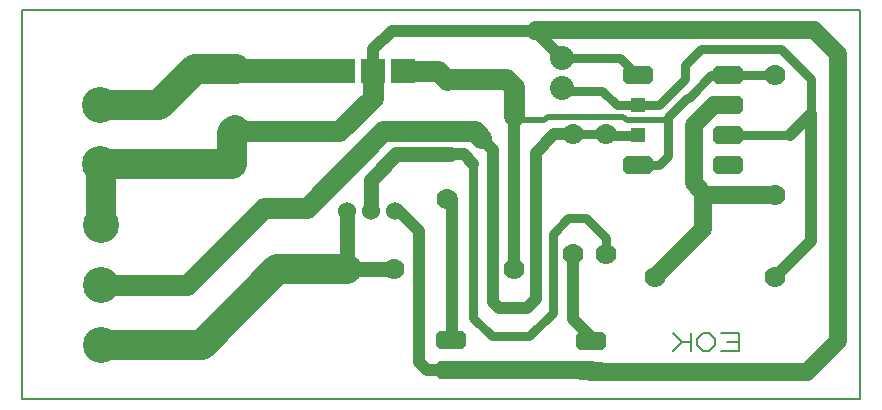
<source format=gbr>
G04 PROTEUS GERBER X2 FILE*
%TF.GenerationSoftware,Labcenter,Proteus,8.13-SP0-Build31525*%
%TF.CreationDate,2025-01-17T15:38:28+00:00*%
%TF.FileFunction,Copper,L2,Bot*%
%TF.FilePolarity,Positive*%
%TF.Part,Single*%
%TF.SameCoordinates,{73f3b6ee-04d2-4b7e-bada-d99319bd8aaf}*%
%FSLAX45Y45*%
%MOMM*%
G01*
%TA.AperFunction,Conductor*%
%ADD19C,2.540000*%
%ADD70C,0.762000*%
%ADD71C,1.016000*%
%ADD20C,1.524000*%
%ADD21C,1.778000*%
%ADD22C,1.270000*%
%ADD23C,0.508000*%
%ADD24C,0.254000*%
%ADD25C,2.032000*%
%AMDIL000*
4,1,8,
-1.270000,0.457200,-0.965200,0.762000,0.965200,0.762000,1.270000,0.457200,1.270000,-0.457200,
0.965200,-0.762000,-0.965200,-0.762000,-1.270000,-0.457200,-1.270000,0.457200,
0*%
%TA.AperFunction,ComponentPad*%
%ADD10DIL000*%
%ADD11R,1.270000X1.270000*%
%TA.AperFunction,ComponentPad*%
%ADD12R,2.032000X2.032000*%
%TA.AperFunction,ComponentPad*%
%ADD13C,2.032000*%
%ADD14C,3.048000*%
%ADD15C,1.778000*%
%TA.AperFunction,ComponentPad*%
%ADD16C,1.524000*%
%TA.AperFunction,WasherPad*%
%ADD17R,1.580000X1.580000*%
%TA.AperFunction,ComponentPad*%
%ADD18C,1.580000*%
%TA.AperFunction,NonConductor*%
%ADD26C,0.203200*%
%TD.AperFunction*%
D19*
X+730000Y+2039620D02*
X+740000Y+2029620D01*
X+740000Y+1526000D01*
D70*
X+6440000Y+2790000D02*
X+6042000Y+2790000D01*
X+5280000Y+2282000D02*
X+5018000Y+2282000D01*
X+5010000Y+2290000D01*
X+6042000Y+2282000D02*
X+6572000Y+2282000D01*
D71*
X+6446000Y+1080000D02*
X+6750000Y+1384000D01*
X+6750000Y+2460000D01*
X+6572000Y+2282000D02*
X+6750000Y+2460000D01*
D20*
X+5430000Y+1080000D02*
X+5836647Y+1486647D01*
X+5836647Y+1796647D01*
X+6440000Y+1774000D02*
X+5859294Y+1774000D01*
X+5836647Y+1796647D01*
D70*
X+5010000Y+2280000D02*
X+5278000Y+2280000D01*
X+5280000Y+2282000D01*
X+5540000Y+2387830D02*
X+5540000Y+2440000D01*
X+5701563Y+2601563D01*
X+5711563Y+2601563D01*
X+5900000Y+2790000D01*
X+6042000Y+2790000D01*
D71*
X+4230000Y+1150000D02*
X+4230000Y+2443847D01*
X+4236153Y+2450000D01*
D21*
X+3670000Y+2760000D02*
X+4165350Y+2760000D01*
X+4236153Y+2689197D01*
X+4236153Y+2450000D01*
D71*
X+4640000Y+2940000D02*
X+4410618Y+3169382D01*
D22*
X+3214000Y+1150000D02*
X+2816800Y+1150000D01*
X+2816800Y+1587200D02*
X+2816800Y+1150000D01*
D70*
X+6750000Y+2460000D02*
X+6750000Y+2761061D01*
X+6496000Y+3015061D01*
X+5819142Y+3015061D01*
X+5680000Y+2875919D01*
X+5680000Y+2760000D01*
X+5460000Y+2540000D01*
X+5284000Y+2540000D01*
X+5280000Y+2536000D01*
X+5280000Y+2028000D02*
X+5458000Y+2028000D01*
X+5540000Y+2110000D01*
X+5540000Y+2387830D01*
X+5280000Y+2536000D02*
X+5104000Y+2536000D01*
X+4980000Y+2660000D01*
X+4666000Y+2660000D01*
X+4640000Y+2686000D01*
D20*
X+5836647Y+1796647D02*
X+5757573Y+1875721D01*
X+5757573Y+2367573D01*
X+5926000Y+2536000D01*
X+6042000Y+2536000D01*
D23*
X+4236153Y+2450000D02*
X+4236153Y+2410000D01*
X+4490000Y+2410000D01*
X+4520000Y+2440000D01*
X+5160001Y+2440000D01*
X+5190001Y+2410000D01*
X+5517830Y+2410000D01*
X+5540000Y+2387830D01*
D24*
X+4730000Y+2290000D02*
X+4773000Y+2290000D01*
D71*
X+4890000Y+540000D02*
X+4920000Y+540000D01*
X+4730000Y+730000D01*
X+4730000Y+1274000D01*
D70*
X+4773000Y+2290000D02*
X+5010000Y+2290000D01*
X+5010000Y+2280000D01*
D24*
X+1880000Y+2840000D02*
X+1870000Y+2830000D01*
D19*
X+730000Y+2540000D02*
X+1230000Y+2540000D01*
X+1530000Y+2840000D01*
X+1880000Y+2840000D01*
X+1870000Y+2330000D02*
X+1844561Y+2304561D01*
X+1844561Y+2039620D01*
X+730000Y+2039620D01*
D70*
X+5010000Y+1274000D02*
X+5010000Y+1416555D01*
X+4843827Y+1582728D01*
X+4691801Y+1582728D01*
X+4560000Y+1450927D01*
X+4560000Y+776238D01*
X+4363762Y+580000D01*
X+4050000Y+580000D01*
X+3890000Y+740000D01*
X+3890000Y+2040013D01*
D71*
X+3806359Y+2123654D01*
X+3690000Y+2123654D01*
D20*
X+4890000Y+276000D02*
X+6712112Y+276000D01*
X+6980000Y+543888D01*
X+6980000Y+2969999D01*
X+6772654Y+3177345D01*
X+4418581Y+3177345D01*
X+4410618Y+3169382D01*
D70*
X+5280000Y+2790000D02*
X+5130000Y+2940000D01*
X+4640000Y+2940000D01*
D71*
X+4410618Y+3169382D02*
X+3199382Y+3169382D01*
X+3040000Y+3010000D01*
X+3040000Y+2830000D01*
D25*
X+2786000Y+2830000D02*
X+1880000Y+2830000D01*
X+1880000Y+2840000D01*
D21*
X+3294000Y+2830000D02*
X+3590000Y+2830000D01*
X+3670000Y+2750000D01*
X+3670000Y+2760000D01*
D22*
X+2816800Y+1640000D02*
X+2816800Y+1587200D01*
X+3690000Y+2123654D02*
X+3237531Y+2123654D01*
X+3020000Y+1906123D01*
X+3020000Y+1640000D01*
D21*
X+3040000Y+2830000D02*
X+3040000Y+2599999D01*
X+2755001Y+2315000D01*
X+1949000Y+2315000D01*
X+1870000Y+2330000D01*
D20*
X+3700000Y+296000D02*
X+4890000Y+296000D01*
X+4890000Y+286000D01*
X+4890000Y+276000D01*
D71*
X+3700000Y+550000D02*
X+3710000Y+560000D01*
X+3710000Y+1744000D01*
X+3670000Y+1744000D01*
X+3223200Y+1640000D02*
X+3260000Y+1640000D01*
X+3430000Y+1470000D01*
X+3430000Y+360783D01*
X+3497655Y+293128D01*
X+3662635Y+293128D01*
X+3667861Y+298354D01*
X+3700000Y+296000D01*
D19*
X+2816800Y+1150000D02*
X+2230000Y+1150000D01*
X+1590000Y+510000D01*
X+740000Y+510000D01*
D21*
X+740000Y+1018000D02*
X+1468000Y+1018000D01*
X+2120000Y+1670000D01*
X+2480000Y+1670000D01*
X+3125616Y+2315616D01*
X+3901534Y+2315616D01*
X+3958575Y+2258575D01*
D71*
X+4057150Y+2160000D01*
X+4057150Y+867816D01*
X+4107950Y+817016D01*
X+4340000Y+817016D01*
X+4420000Y+897016D01*
X+4420000Y+2135433D01*
X+4574567Y+2290000D01*
X+4730000Y+2290000D01*
D10*
X+5280000Y+2790000D03*
D11*
X+5280000Y+2536000D03*
X+5280000Y+2282000D03*
D10*
X+5280000Y+2028000D03*
X+6042000Y+2028000D03*
X+6042000Y+2282000D03*
X+6042000Y+2536000D03*
X+6042000Y+2790000D03*
D12*
X+2786000Y+2830000D03*
X+3040000Y+2830000D03*
X+3294000Y+2830000D03*
D13*
X+4640000Y+2686000D03*
X+4640000Y+2940000D03*
D14*
X+730000Y+2039620D03*
X+730000Y+2540000D03*
X+740000Y+510000D03*
X+740000Y+1018000D03*
X+740000Y+1526000D03*
D15*
X+6440000Y+2790000D03*
X+6440000Y+1774000D03*
X+5430000Y+1080000D03*
X+6446000Y+1080000D03*
X+4230000Y+1150000D03*
X+3214000Y+1150000D03*
X+5010000Y+2290000D03*
X+5010000Y+1274000D03*
X+3670000Y+2760000D03*
X+3670000Y+1744000D03*
D10*
X+4890000Y+540000D03*
X+4890000Y+286000D03*
D15*
X+4730000Y+2290000D03*
X+4730000Y+1274000D03*
D10*
X+3700000Y+550000D03*
X+3700000Y+296000D03*
D16*
X+3223200Y+1640000D03*
X+3020000Y+1640000D03*
X+2816800Y+1640000D03*
D17*
X+1870000Y+2830000D03*
D18*
X+1870000Y+2330000D03*
D26*
X+5987600Y+456800D02*
X+6140000Y+456800D01*
X+6140000Y+609200D01*
X+5987600Y+609200D01*
X+6140000Y+533000D02*
X+6038400Y+533000D01*
X+5936800Y+558400D02*
X+5886000Y+609200D01*
X+5835200Y+609200D01*
X+5784400Y+558400D01*
X+5784400Y+507600D01*
X+5835200Y+456800D01*
X+5886000Y+456800D01*
X+5936800Y+507600D01*
X+5936800Y+558400D01*
X+5733600Y+609200D02*
X+5733600Y+456800D01*
X+5581200Y+609200D02*
X+5657400Y+533000D01*
X+5581200Y+456800D01*
X+5733600Y+533000D02*
X+5657400Y+533000D01*
X+70000Y+50000D02*
X+7160000Y+50000D01*
X+7160000Y+3340000D01*
X+70000Y+3340000D01*
X+70000Y+50000D01*
M02*

</source>
